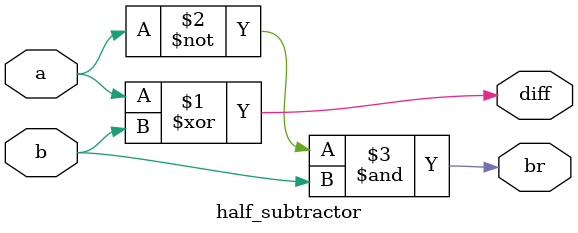
<source format=v>
module half_subtractor(
	input a, b,
	output diff, br
);
	assign diff = a ^ b;
	assign br = ~a & b;
endmodule
</source>
